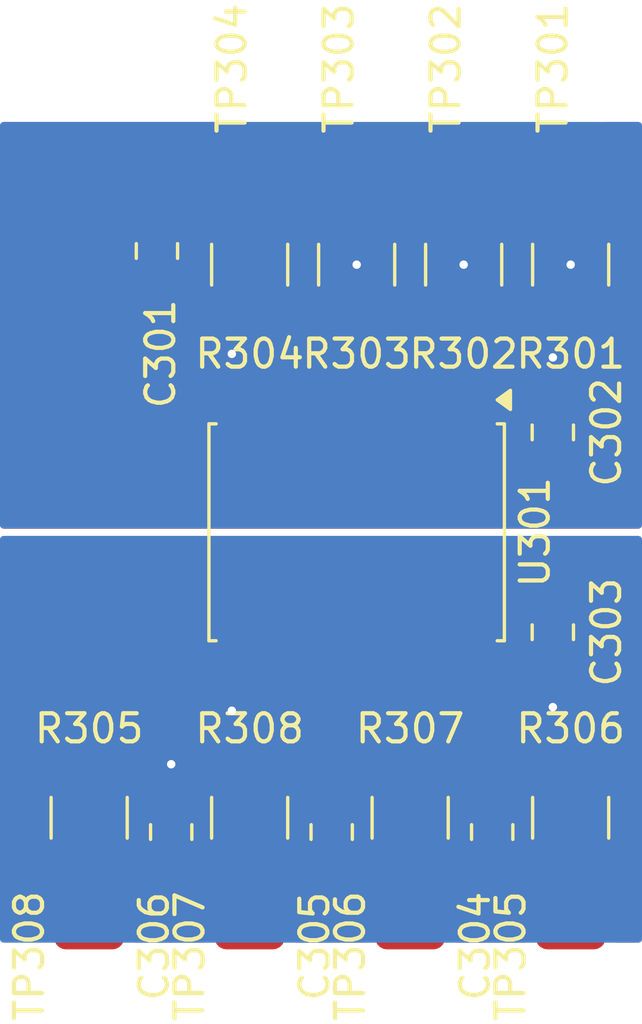
<source format=kicad_pcb>
(kicad_pcb (version 20240108) (generator "pcbnew") (generator_version "8.0")
  (layers (0 "F.Cu" mixed) (31 "B.Cu" mixed) (34 "B.Paste" user) (35 "F.Paste" user) (36 "B.SilkS" user "B.Silkscreen") (37 "F.SilkS" user "F.Silkscreen") (38 "B.Mask" user) (39 "F.Mask" user) (44 "Edge.Cuts" user))
  (net 0 "")
  (net 1 "/sdo_iso_pin")
  (net 2 "/~{cs_pin}")
  (net 3 "/sckl_pin")
  (net 4 "/sdi_pin")
  (net 5 "/GND_MASTER")
  (net 6 "/SDO_MASTER")
  (net 7 "/+5VA_MASTER")
  (net 8 "/+5VA_SLAVE")
  (net 9 "/GND_SLAVE")
  (net 10 "/~{CS_SLAVE}")
  (net 11 "/SCKL_SLAVE")
  (net 12 "/SDI_SLAVE")
  (net 13 "/~{CS_MASTER}")
  (net 14 "/SCKL_MASTER")
  (net 15 "/SDI_MASTER")
  (net 16 "/SDO_SLAVE")
  (footprint "meas:R_1210_3225Metric_Pad1.30x2.65mm_HandSolder" (layer "F.Cu") (at 85.725 73.66 -90)
    (property "Reference" "R307" (at -3.175 0 0) (layer "F.SilkS"))
    (property "Value" "100")
    (fp_line (start -0.723737 1.355) (end 0.723737 1.355) (stroke (width 0.12)) (layer "F.SilkS"))
    (fp_line (start -0.723737 -1.355) (end 0.723737 -1.355) (stroke (width 0.12)) (layer "F.SilkS"))
    (pad "1" smd roundrect (at -1.55 0 270) (size 1.3 2.65) (layers "F.Cu" "F.Paste" "F.Mask") (roundrect_rratio 0.192308) (net 3 "/sckl_pin"))
    (pad "2" smd roundrect (at 1.55 0 270) (size 1.3 2.65) (layers "F.Cu" "F.Paste" "F.Mask") (roundrect_rratio 0.192308) (net 11 "/SCKL_SLAVE"))
  )
  (footprint "meas:TP_0805_2012Metric" (layer "F.Cu") (at 87.63 50.165 180)
    (property "Reference" "TP302" (at 0.635 3.175 90) (layer "F.SilkS"))
    (property "Value" "~")
    (pad "1" smd roundrect (at 0 0 180) (size 2.5 1.75) (layers "F.Cu" "F.Paste" "F.Mask") (roundrect_rratio 0.243902) (net 14 "/SCKL_MASTER"))
  )
  (footprint "meas:C_0805_2012Metric_Pad1.18x1.45mm_HandSolder" (layer "F.Cu") (at 90.805 67.056 90)
    (property "Reference" "C303" (at 0 1.905 -90) (layer "F.SilkS"))
    (property "Value" "100n")
    (fp_line (start -0.261252 -0.735) (end 0.261252 -0.735) (stroke (width 0.12)) (layer "F.SilkS"))
    (fp_line (start -0.261252 0.735) (end 0.261252 0.735) (stroke (width 0.12)) (layer "F.SilkS"))
    (pad "1" smd roundrect (at -1.0375 0 90) (size 1.175 1.45) (layers "F.Cu" "F.Paste" "F.Mask") (roundrect_rratio 0.212766) (net 9 "/GND_SLAVE"))
    (pad "2" smd roundrect (at 1.0375 0 90) (size 1.175 1.45) (layers "F.Cu" "F.Paste" "F.Mask") (roundrect_rratio 0.212766) (net 8 "/+5VA_SLAVE"))
  )
  (footprint "meas:TP_0805_2012Metric" (layer "F.Cu") (at 80.01 50.165 180)
    (property "Reference" "TP304" (at 0.635 3.175 90) (layer "F.SilkS"))
    (property "Value" "~")
    (pad "1" smd roundrect (at 0 0 180) (size 2.5 1.75) (layers "F.Cu" "F.Paste" "F.Mask") (roundrect_rratio 0.243902) (net 6 "/SDO_MASTER"))
  )
  (footprint "meas:C_0805_2012Metric_Pad1.18x1.45mm_HandSolder" (layer "F.Cu") (at 82.931 74.168 -90)
    (property "Reference" "C305" (at 4.064 0.6096 -90) (layer "F.SilkS"))
    (property "Value" "470p")
    (fp_line (start -0.261252 0.735) (end 0.261252 0.735) (stroke (width 0.12)) (layer "F.SilkS"))
    (fp_line (start -0.261252 -0.735) (end 0.261252 -0.735) (stroke (width 0.12)) (layer "F.SilkS"))
    (pad "1" smd roundrect (at -1.0375 0 270) (size 1.175 1.45) (layers "F.Cu" "F.Paste" "F.Mask") (roundrect_rratio 0.212766) (net 9 "/GND_SLAVE"))
    (pad "2" smd roundrect (at 1.0375 0 270) (size 1.175 1.45) (layers "F.Cu" "F.Paste" "F.Mask") (roundrect_rratio 0.212766) (net 11 "/SCKL_SLAVE"))
  )
  (footprint "meas:R_1210_3225Metric_Pad1.30x2.65mm_HandSolder" (layer "F.Cu") (at 87.63 53.975 -90)
    (property "Reference" "R302" (at 3.175 0 0) (layer "F.SilkS"))
    (property "Value" "1M")
    (fp_line (start -0.723737 1.355) (end 0.723737 1.355) (stroke (width 0.12)) (layer "F.SilkS"))
    (fp_line (start -0.723737 -1.355) (end 0.723737 -1.355) (stroke (width 0.12)) (layer "F.SilkS"))
    (pad "1" smd roundrect (at -1.55 0 270) (size 1.3 2.65) (layers "F.Cu" "F.Paste" "F.Mask") (roundrect_rratio 0.192308) (net 5 "/GND_MASTER"))
    (pad "2" smd roundrect (at 1.55 0 270) (size 1.3 2.65) (layers "F.Cu" "F.Paste" "F.Mask") (roundrect_rratio 0.192308) (net 14 "/SCKL_MASTER"))
  )
  (footprint "meas:TP_0805_2012Metric" (layer "F.Cu") (at 85.725 77.47)
    (property "Reference" "TP306" (at -2.1336 1.1176 -90) (layer "F.SilkS"))
    (property "Value" "~")
    (pad "1" smd roundrect (at 0 0) (size 2.5 1.75) (layers "F.Cu" "F.Paste" "F.Mask") (roundrect_rratio 0.243902) (net 11 "/SCKL_SLAVE"))
  )
  (footprint "meas:R_1210_3225Metric_Pad1.30x2.65mm_HandSolder" (layer "F.Cu") (at 91.44 73.66 -90)
    (property "Reference" "R306" (at -3.175 0 0) (layer "F.SilkS"))
    (property "Value" "100")
    (fp_line (start -0.723737 1.355) (end 0.723737 1.355) (stroke (width 0.12)) (layer "F.SilkS"))
    (fp_line (start -0.723737 -1.355) (end 0.723737 -1.355) (stroke (width 0.12)) (layer "F.SilkS"))
    (pad "1" smd roundrect (at -1.55 0 270) (size 1.3 2.65) (layers "F.Cu" "F.Paste" "F.Mask") (roundrect_rratio 0.192308) (net 2 "/~{cs_pin}"))
    (pad "2" smd roundrect (at 1.55 0 270) (size 1.3 2.65) (layers "F.Cu" "F.Paste" "F.Mask") (roundrect_rratio 0.192308) (net 10 "/~{CS_SLAVE}"))
  )
  (footprint "meas:TP_0805_2012Metric" (layer "F.Cu") (at 74.295 77.47)
    (property "Reference" "TP308" (at -2.1336 1.1176 -90) (layer "F.SilkS"))
    (property "Value" "~")
    (pad "1" smd roundrect (at 0 0) (size 2.5 1.75) (layers "F.Cu" "F.Paste" "F.Mask") (roundrect_rratio 0.243902) (net 16 "/SDO_SLAVE"))
  )
  (footprint "meas:R_1210_3225Metric_Pad1.30x2.65mm_HandSolder" (layer "F.Cu") (at 83.82 53.975 -90)
    (property "Reference" "R303" (at 3.175 0 0) (layer "F.SilkS"))
    (property "Value" "1M")
    (fp_line (start -0.723737 1.355) (end 0.723737 1.355) (stroke (width 0.12)) (layer "F.SilkS"))
    (fp_line (start -0.723737 -1.355) (end 0.723737 -1.355) (stroke (width 0.12)) (layer "F.SilkS"))
    (pad "1" smd roundrect (at -1.55 0 270) (size 1.3 2.65) (layers "F.Cu" "F.Paste" "F.Mask") (roundrect_rratio 0.192308) (net 5 "/GND_MASTER"))
    (pad "2" smd roundrect (at 1.55 0 270) (size 1.3 2.65) (layers "F.Cu" "F.Paste" "F.Mask") (roundrect_rratio 0.192308) (net 15 "/SDI_MASTER"))
  )
  (footprint "meas:SOIC-16W_7.5x10.3mm_P1.27mm" (layer "F.Cu") (at 83.82 63.5 -90)
    (property "Reference" "U301" (at 0 -6.35 90) (layer "F.SilkS"))
    (property "Value" "Si8641BD-B-IS2")
    (fp_line (start -3.86 5.26) (end -3.86 5.005) (stroke (width 0.12)) (layer "F.SilkS"))
    (fp_line (start 0 5.26) (end -3.86 5.26) (stroke (width 0.12)) (layer "F.SilkS"))
    (fp_line (start 0 5.26) (end 3.86 5.26) (stroke (width 0.12)) (layer "F.SilkS"))
    (fp_line (start 3.86 5.26) (end 3.86 5.005) (stroke (width 0.12)) (layer "F.SilkS"))
    (fp_line (start -3.86 -5.26) (end -3.86 -5.005) (stroke (width 0.12)) (layer "F.SilkS"))
    (fp_line (start 0 -5.26) (end -3.86 -5.26) (stroke (width 0.12)) (layer "F.SilkS"))
    (fp_line (start 0 -5.26) (end 3.86 -5.26) (stroke (width 0.12)) (layer "F.SilkS"))
    (fp_line (start 3.86 -5.26) (end 3.86 -5.005) (stroke (width 0.12)) (layer "F.SilkS"))
    (fp_poly (pts (xy -4.7125 -5.005) (xy -5.0525 -5.475) (xy -4.3725 -5.475) (xy -4.7125 -5.005)) (stroke (width 0.12)) (fill solid) (layer "F.SilkS"))
    (pad "1" smd roundrect (at -4.65 -4.445 270) (size 2.05 0.6) (layers "F.Cu" "F.Paste" "F.Mask") (net 7 "/+5VA_MASTER"))
    (pad "2" smd roundrect (at -4.65 -3.175 270) (size 2.05 0.6) (layers "F.Cu" "F.Paste" "F.Mask") (net 5 "/GND_MASTER"))
    (pad "3" smd roundrect (at -4.65 -1.905 270) (size 2.05 0.6) (layers "F.Cu" "F.Paste" "F.Mask") (net 13 "/~{CS_MASTER}"))
    (pad "4" smd roundrect (at -4.65 -0.635 270) (size 2.05 0.6) (layers "F.Cu" "F.Paste" "F.Mask") (net 14 "/SCKL_MASTER"))
    (pad "5" smd roundrect (at -4.65 0.635 270) (size 2.05 0.6) (layers "F.Cu" "F.Paste" "F.Mask") (net 15 "/SDI_MASTER"))
    (pad "6" smd roundrect (at -4.65 1.905 270) (size 2.05 0.6) (layers "F.Cu" "F.Paste" "F.Mask") (net 1 "/sdo_iso_pin"))
    (pad "7" smd roundrect (at -4.65 3.175 270) (size 2.05 0.6) (layers "F.Cu" "F.Paste" "F.Mask") (net 7 "/+5VA_MASTER"))
    (pad "8" smd roundrect (at -4.65 4.445 270) (size 2.05 0.6) (layers "F.Cu" "F.Paste" "F.Mask") (net 5 "/GND_MASTER"))
    (pad "9" smd roundrect (at 4.65 4.445 270) (size 2.05 0.6) (layers "F.Cu" "F.Paste" "F.Mask") (net 9 "/GND_SLAVE"))
    (pad "10" smd roundrect (at 4.65 3.175 270) (size 2.05 0.6) (layers "F.Cu" "F.Paste" "F.Mask") (net 8 "/+5VA_SLAVE"))
    (pad "11" smd roundrect (at 4.65 1.905 270) (size 2.05 0.6) (layers "F.Cu" "F.Paste" "F.Mask") (net 16 "/SDO_SLAVE"))
    (pad "12" smd roundrect (at 4.65 0.635 270) (size 2.05 0.6) (layers "F.Cu" "F.Paste" "F.Mask") (net 4 "/sdi_pin"))
    (pad "13" smd roundrect (at 4.65 -0.635 270) (size 2.05 0.6) (layers "F.Cu" "F.Paste" "F.Mask") (net 3 "/sckl_pin"))
    (pad "14" smd roundrect (at 4.65 -1.905 270) (size 2.05 0.6) (layers "F.Cu" "F.Paste" "F.Mask") (net 2 "/~{cs_pin}"))
    (pad "15" smd roundrect (at 4.65 -3.175 270) (size 2.05 0.6) (layers "F.Cu" "F.Paste" "F.Mask") (net 9 "/GND_SLAVE"))
    (pad "16" smd roundrect (at 4.65 -4.445 270) (size 2.05 0.6) (layers "F.Cu" "F.Paste" "F.Mask") (net 8 "/+5VA_SLAVE"))
  )
  (footprint "meas:R_1210_3225Metric_Pad1.30x2.65mm_HandSolder" (layer "F.Cu") (at 80.01 53.975 -90)
    (property "Reference" "R304" (at 3.175 0 0) (layer "F.SilkS"))
    (property "Value" "100")
    (fp_line (start -0.723737 1.355) (end 0.723737 1.355) (stroke (width 0.12)) (layer "F.SilkS"))
    (fp_line (start -0.723737 -1.355) (end 0.723737 -1.355) (stroke (width 0.12)) (layer "F.SilkS"))
    (pad "1" smd roundrect (at -1.55 0 270) (size 1.3 2.65) (layers "F.Cu" "F.Paste" "F.Mask") (roundrect_rratio 0.192308) (net 6 "/SDO_MASTER"))
    (pad "2" smd roundrect (at 1.55 0 270) (size 1.3 2.65) (layers "F.Cu" "F.Paste" "F.Mask") (roundrect_rratio 0.192308) (net 1 "/sdo_iso_pin"))
  )
  (footprint "meas:R_1210_3225Metric_Pad1.30x2.65mm_HandSolder" (layer "F.Cu") (at 91.44 53.975 -90)
    (property "Reference" "R301" (at 3.175 0 0) (layer "F.SilkS"))
    (property "Value" "1M")
    (fp_line (start -0.723737 1.355) (end 0.723737 1.355) (stroke (width 0.12)) (layer "F.SilkS"))
    (fp_line (start -0.723737 -1.355) (end 0.723737 -1.355) (stroke (width 0.12)) (layer "F.SilkS"))
    (pad "1" smd roundrect (at -1.55 0 270) (size 1.3 2.65) (layers "F.Cu" "F.Paste" "F.Mask") (roundrect_rratio 0.192308) (net 5 "/GND_MASTER"))
    (pad "2" smd roundrect (at 1.55 0 270) (size 1.3 2.65) (layers "F.Cu" "F.Paste" "F.Mask") (roundrect_rratio 0.192308) (net 13 "/~{CS_MASTER}"))
  )
  (footprint "meas:C_0805_2012Metric_Pad1.18x1.45mm_HandSolder" (layer "F.Cu") (at 76.708 53.4885 90)
    (property "Reference" "C301" (at -3.6615 0.127 90) (layer "F.SilkS"))
    (property "Value" "470p")
    (fp_line (start -0.261252 -0.735) (end 0.261252 -0.735) (stroke (width 0.12)) (layer "F.SilkS"))
    (fp_line (start -0.261252 0.735) (end 0.261252 0.735) (stroke (width 0.12)) (layer "F.SilkS"))
    (pad "1" smd roundrect (at -1.0375 0 90) (size 1.175 1.45) (layers "F.Cu" "F.Paste" "F.Mask") (roundrect_rratio 0.212766) (net 5 "/GND_MASTER"))
    (pad "2" smd roundrect (at 1.0375 0 90) (size 1.175 1.45) (layers "F.Cu" "F.Paste" "F.Mask") (roundrect_rratio 0.212766) (net 6 "/SDO_MASTER"))
  )
  (footprint "meas:R_1210_3225Metric_Pad1.30x2.65mm_HandSolder" (layer "F.Cu") (at 74.295 73.66 90)
    (property "Reference" "R305" (at 3.175 0 180) (layer "F.SilkS"))
    (property "Value" "1M")
    (fp_line (start -0.723737 -1.355) (end 0.723737 -1.355) (stroke (width 0.12)) (layer "F.SilkS"))
    (fp_line (start -0.723737 1.355) (end 0.723737 1.355) (stroke (width 0.12)) (layer "F.SilkS"))
    (pad "1" smd roundrect (at -1.55 0 90) (size 1.3 2.65) (layers "F.Cu" "F.Paste" "F.Mask") (roundrect_rratio 0.192308) (net 9 "/GND_SLAVE"))
    (pad "2" smd roundrect (at 1.55 0 90) (size 1.3 2.65) (layers "F.Cu" "F.Paste" "F.Mask") (roundrect_rratio 0.192308) (net 16 "/SDO_SLAVE"))
  )
  (footprint "meas:TP_0805_2012Metric" (layer "F.Cu") (at 83.82 50.165 180)
    (property "Reference" "TP303" (at 0.635 3.175 90) (layer "F.SilkS"))
    (property "Value" "~")
    (pad "1" smd roundrect (at 0 0 180) (size 2.5 1.75) (layers "F.Cu" "F.Paste" "F.Mask") (roundrect_rratio 0.243902) (net 15 "/SDI_MASTER"))
  )
  (footprint "meas:TP_0805_2012Metric" (layer "F.Cu") (at 80.01 77.47)
    (property "Reference" "TP307" (at -2.1336 1.1176 -90) (layer "F.SilkS"))
    (property "Value" "~")
    (pad "1" smd roundrect (at 0 0) (size 2.5 1.75) (layers "F.Cu" "F.Paste" "F.Mask") (roundrect_rratio 0.243902) (net 12 "/SDI_SLAVE"))
  )
  (footprint "meas:C_0805_2012Metric_Pad1.18x1.45mm_HandSolder" (layer "F.Cu") (at 90.805 59.944 -90)
    (property "Reference" "C302" (at 0 -1.905 90) (layer "F.SilkS"))
    (property "Value" "100n")
    (fp_line (start -0.261252 0.735) (end 0.261252 0.735) (stroke (width 0.12)) (layer "F.SilkS"))
    (fp_line (start -0.261252 -0.735) (end 0.261252 -0.735) (stroke (width 0.12)) (layer "F.SilkS"))
    (pad "1" smd roundrect (at -1.0375 0 270) (size 1.175 1.45) (layers "F.Cu" "F.Paste" "F.Mask") (roundrect_rratio 0.212766) (net 5 "/GND_MASTER"))
    (pad "2" smd roundrect (at 1.0375 0 270) (size 1.175 1.45) (layers "F.Cu" "F.Paste" "F.Mask") (roundrect_rratio 0.212766) (net 7 "/+5VA_MASTER"))
  )
  (footprint "meas:TP_0805_2012Metric" (layer "F.Cu") (at 91.44 50.165 180)
    (property "Reference" "TP301" (at 0.635 3.175 90) (layer "F.SilkS"))
    (property "Value" "~")
    (pad "1" smd roundrect (at 0 0 180) (size 2.5 1.75) (layers "F.Cu" "F.Paste" "F.Mask") (roundrect_rratio 0.243902) (net 13 "/~{CS_MASTER}"))
  )
  (footprint "meas:R_1210_3225Metric_Pad1.30x2.65mm_HandSolder" (layer "F.Cu") (at 80.01 73.66 -90)
    (property "Reference" "R308" (at -3.175 0 0) (layer "F.SilkS"))
    (property "Value" "100")
    (fp_line (start -0.723737 1.355) (end 0.723737 1.355) (stroke (width 0.12)) (layer "F.SilkS"))
    (fp_line (start -0.723737 -1.355) (end 0.723737 -1.355) (stroke (width 0.12)) (layer "F.SilkS"))
    (pad "1" smd roundrect (at -1.55 0 270) (size 1.3 2.65) (layers "F.Cu" "F.Paste" "F.Mask") (roundrect_rratio 0.192308) (net 4 "/sdi_pin"))
    (pad "2" smd roundrect (at 1.55 0 270) (size 1.3 2.65) (layers "F.Cu" "F.Paste" "F.Mask") (roundrect_rratio 0.192308) (net 12 "/SDI_SLAVE"))
  )
  (footprint "meas:C_0805_2012Metric_Pad1.18x1.45mm_HandSolder" (layer "F.Cu") (at 88.646 74.168 -90)
    (property "Reference" "C304" (at 4.064 0.6096 -90) (layer "F.SilkS"))
    (property "Value" "470p")
    (fp_line (start -0.261252 0.735) (end 0.261252 0.735) (stroke (width 0.12)) (layer "F.SilkS"))
    (fp_line (start -0.261252 -0.735) (end 0.261252 -0.735) (stroke (width 0.12)) (layer "F.SilkS"))
    (pad "1" smd roundrect (at -1.0375 0 270) (size 1.175 1.45) (layers "F.Cu" "F.Paste" "F.Mask") (roundrect_rratio 0.212766) (net 9 "/GND_SLAVE"))
    (pad "2" smd roundrect (at 1.0375 0 270) (size 1.175 1.45) (layers "F.Cu" "F.Paste" "F.Mask") (roundrect_rratio 0.212766) (net 10 "/~{CS_SLAVE}"))
  )
  (footprint "meas:C_0805_2012Metric_Pad1.18x1.45mm_HandSolder" (layer "F.Cu") (at 77.216 74.168 -90)
    (property "Reference" "C306" (at 4.064 0.6096 -90) (layer "F.SilkS"))
    (property "Value" "470p")
    (fp_line (start -0.261252 0.735) (end 0.261252 0.735) (stroke (width 0.12)) (layer "F.SilkS"))
    (fp_line (start -0.261252 -0.735) (end 0.261252 -0.735) (stroke (width 0.12)) (layer "F.SilkS"))
    (pad "1" smd roundrect (at -1.0375 0 270) (size 1.175 1.45) (layers "F.Cu" "F.Paste" "F.Mask") (roundrect_rratio 0.212766) (net 9 "/GND_SLAVE"))
    (pad "2" smd roundrect (at 1.0375 0 270) (size 1.175 1.45) (layers "F.Cu" "F.Paste" "F.Mask") (roundrect_rratio 0.212766) (net 12 "/SDI_SLAVE"))
  )
  (footprint "meas:TP_0805_2012Metric" (layer "F.Cu") (at 91.44 77.47)
    (property "Reference" "TP305" (at -2.1336 1.1176 -90) (layer "F.SilkS"))
    (property "Value" "~")
    (pad "1" smd roundrect (at 0 0) (size 2.5 1.75) (layers "F.Cu" "F.Paste" "F.Mask") (roundrect_rratio 0.243902) (net 10 "/~{CS_SLAVE}"))
  )
  (segment (start 81.915 57.43) (end 81.915 58.85) (width 0.254) (layer "F.Cu") (net 1))
  (segment (start 80.01 55.525) (end 81.915 57.43) (width 0.254) (layer "F.Cu") (net 1))
  (segment (start 80.417 55.525) (end 80.01 55.525) (width 0.254) (layer "F.Cu") (net 1))
  (segment (start 86.995 70.485) (end 89.815 70.485) (width 0.254) (layer "F.Cu") (net 2))
  (segment (start 85.725 69.215) (end 86.995 70.485) (width 0.254) (layer "F.Cu") (net 2))
  (segment (start 85.725 68.15) (end 85.725 69.215) (width 0.254) (layer "F.Cu") (net 2))
  (segment (start 89.815 70.485) (end 91.44 72.11) (width 0.254) (layer "F.Cu") (net 2))
  (segment (start 84.455 70.84) (end 85.725 72.11) (width 0.254) (layer "F.Cu") (net 3))
  (segment (start 84.455 68.15) (end 84.455 70.84) (width 0.254) (layer "F.Cu") (net 3))
  (segment (start 83.185 68.935) (end 80.01 72.11) (width 0.254) (layer "F.Cu") (net 4))
  (segment (start 83.185 68.15) (end 83.185 68.935) (width 0.254) (layer "F.Cu") (net 4))
  (segment (start 76.708 55.161) (end 76.708 58.2545) (width 0.508) (layer "F.Cu") (net 5))
  (segment (start 91.44 52.425) (end 91.44 53.975) (width 0.508) (layer "F.Cu") (net 5))
  (segment (start 90.805 57.277) (end 90.043 57.277) (width 0.508) (layer "F.Cu") (net 5))
  (segment (start 90.805 58.039) (end 90.043 57.277) (width 0.508) (layer "F.Cu") (net 5))
  (segment (start 79.375 58.85) (end 77.3035 58.85) (width 0.508) (layer "F.Cu") (net 5))
  (segment (start 90.043 57.277) (end 87.503 57.277) (width 0.508) (layer "F.Cu") (net 5))
  (segment (start 77.3035 58.85) (end 76.708 58.2545) (width 0.508) (layer "F.Cu") (net 5))
  (segment (start 91.44 53.975) (end 92.837 53.975) (width 0.508) (layer "F.Cu") (net 5))
  (segment (start 92.69403 57.277) (end 90.805 57.277) (width 0.508) (layer "F.Cu") (net 5))
  (segment (start 79.375 57.15) (end 79.375 58.85) (width 0.508) (layer "F.Cu") (net 5))
  (segment (start 93.472 54.61) (end 93.472 56.49903) (width 0.508) (layer "F.Cu") (net 5))
  (segment (start 93.472 56.49903) (end 92.69403 57.277) (width 0.508) (layer "F.Cu") (net 5))
  (segment (start 86.995 57.785) (end 86.995 58.85) (width 0.508) (layer "F.Cu") (net 5))
  (segment (start 92.837 53.975) (end 93.472 54.61) (width 0.508) (layer "F.Cu") (net 5))
  (segment (start 83.82 52.425) (end 83.82 53.975) (width 0.508) (layer "F.Cu") (net 5))
  (segment (start 87.503 57.277) (end 86.995 57.785) (width 0.508) (layer "F.Cu") (net 5))
  (segment (start 90.805 58.885) (end 90.805 58.039) (width 0.508) (layer "F.Cu") (net 5))
  (segment (start 87.63 53.975) (end 87.63 52.425) (width 0.508) (layer "F.Cu") (net 5))
  (via (at 91.44 53.975) (size 0.45) (drill 0.3) (layers "F.Cu" "B.Cu") (net 5))
  (via (at 87.63 53.975) (size 0.45) (drill 0.3) (layers "F.Cu" "B.Cu") (net 5))
  (via (at 79.375 57.15) (size 0.45) (drill 0.3) (layers "F.Cu" "B.Cu") (net 5))
  (via (at 83.82 53.975) (size 0.45) (drill 0.3) (layers "F.Cu" "B.Cu") (net 5))
  (via (at 90.805 57.277) (size 0.45) (drill 0.3) (layers "F.Cu" "B.Cu") (net 5))
  (segment (start 83.82 53.975) (end 82.55 53.975) (width 0.508) (layer "B.Cu") (net 5))
  (segment (start 91.44 53.975) (end 87.63 53.975) (width 0.508) (layer "B.Cu") (net 5))
  (segment (start 83.82 53.975) (end 87.63 53.975) (width 0.508) (layer "B.Cu") (net 5))
  (segment (start 82.55 53.975) (end 79.375 57.15) (width 0.508) (layer "B.Cu") (net 5))
  (segment (start 80.01 50.165) (end 80.01 52.425) (width 0.508) (layer "F.Cu") (net 6))
  (segment (start 80.01 52.425) (end 76.734 52.425) (width 0.508) (layer "F.Cu") (net 6))
  (segment (start 76.734 52.425) (end 76.708 52.451) (width 0.508) (layer "F.Cu") (net 6))
  (segment (start 87.2875 62.23) (end 81.915 62.23) (width 0.508) (layer "F.Cu") (net 7))
  (segment (start 80.645 60.96) (end 80.645 58.85) (width 0.508) (layer "F.Cu") (net 7))
  (segment (start 88.265 58.85) (end 88.265 61.2525) (width 0.508) (layer "F.Cu") (net 7))
  (segment (start 88.265 61.2525) (end 87.2875 62.23) (width 0.508) (layer "F.Cu") (net 7))
  (segment (start 81.915 62.23) (end 80.645 60.96) (width 0.508) (layer "F.Cu") (net 7))
  (segment (start 89.154 60.96) (end 90.805 60.96) (width 0.508) (layer "F.Cu") (net 7))
  (segment (start 88.3 58.885) (end 88.265 58.85) (width 0.508) (layer "F.Cu") (net 7))
  (segment (start 88.265 60.071) (end 89.154 60.96) (width 0.508) (layer "F.Cu") (net 7))
  (segment (start 88.265 58.85) (end 88.265 60.071) (width 0.508) (layer "F.Cu") (net 7))
  (segment (start 88.265 68.15) (end 88.265 66.802) (width 0.508) (layer "F.Cu") (net 8))
  (segment (start 88.265 66.802) (end 89.027 66.04) (width 0.508) (layer "F.Cu") (net 8))
  (segment (start 80.645 68.15) (end 80.645 65.7475) (width 0.508) (layer "F.Cu") (net 8))
  (segment (start 87.63 64.77) (end 88.265 65.405) (width 0.508) (layer "F.Cu") (net 8))
  (segment (start 81.6225 64.77) (end 87.63 64.77) (width 0.508) (layer "F.Cu") (net 8))
  (segment (start 88.265 65.405) (end 88.265 68.15) (width 0.508) (layer "F.Cu") (net 8))
  (segment (start 89.027 66.04) (end 90.805 66.04) (width 0.508) (layer "F.Cu") (net 8))
  (segment (start 80.645 65.7475) (end 81.6225 64.77) (width 0.508) (layer "F.Cu") (net 8))
  (segment (start 93.345 71.12) (end 91.948 69.723) (width 0.508) (layer "F.Cu") (net 9))
  (segment (start 90.805 69.723) (end 90.043 69.723) (width 0.508) (layer "F.Cu") (net 9))
  (segment (start 92.71 73.66) (end 93.345 73.025) (width 0.508) (layer "F.Cu") (net 9))
  (segment (start 74.295 74.295) (end 74.93 73.66) (width 0.508) (layer "F.Cu") (net 9))
  (segment (start 88.646 73.1305) (end 89.1755 73.66) (width 0.508) (layer "F.Cu") (net 9))
  (segment (start 90.805 68.961) (end 91.567 69.723) (width 0.508) (layer "F.Cu") (net 9))
  (segment (start 77.216 71.755) (end 77.216 73.1305) (width 0.508) (layer "F.Cu") (net 9))
  (segment (start 89.1755 73.66) (end 92.71 73.66) (width 0.508) (layer "F.Cu") (net 9))
  (segment (start 90.805 69.723) (end 90.805 68.961) (width 0.508) (layer "F.Cu") (net 9))
  (segment (start 93.345 73.025) (end 93.345 71.12) (width 0.508) (layer "F.Cu") (net 9))
  (segment (start 91.948 69.723) (end 90.805 69.723) (width 0.508) (layer "F.Cu") (net 9))
  (segment (start 86.995 68.15) (end 86.995 69.342) (width 0.508) (layer "F.Cu") (net 9))
  (segment (start 74.295 75.21) (end 74.295 74.295) (width 0.508) (layer "F.Cu") (net 9))
  (segment (start 88.1165 73.66) (end 83.4605 73.66) (width 0.508) (layer "F.Cu") (net 9))
  (segment (start 83.4605 73.66) (end 82.931 73.1305) (width 0.508) (layer "F.Cu") (net 9))
  (segment (start 91.567 69.723) (end 91.948 69.723) (width 0.508) (layer "F.Cu") (net 9))
  (segment (start 90.805 68.961) (end 90.805 68.115) (width 0.508) (layer "F.Cu") (net 9))
  (segment (start 77.216 73.1305) (end 77.7455 73.66) (width 0.508) (layer "F.Cu") (net 9))
  (segment (start 76.6865 73.66) (end 77.216 73.1305) (width 0.508) (layer "F.Cu") (net 9))
  (segment (start 87.376 69.723) (end 90.043 69.723) (width 0.508) (layer "F.Cu") (net 9))
  (segment (start 82.4015 73.66) (end 82.931 73.1305) (width 0.508) (layer "F.Cu") (net 9))
  (segment (start 77.7455 73.66) (end 82.4015 73.66) (width 0.508) (layer "F.Cu") (net 9))
  (segment (start 74.93 73.66) (end 76.6865 73.66) (width 0.508) (layer "F.Cu") (net 9))
  (segment (start 90.043 69.723) (end 90.805 68.961) (width 0.508) (layer "F.Cu") (net 9))
  (segment (start 79.375 68.15) (end 79.375 69.85) (width 0.508) (layer "F.Cu") (net 9))
  (segment (start 88.646 73.1305) (end 88.1165 73.66) (width 0.508) (layer "F.Cu") (net 9))
  (segment (start 86.995 69.342) (end 87.376 69.723) (width 0.508) (layer "F.Cu") (net 9))
  (via (at 77.216 71.755) (size 0.45) (drill 0.3) (layers "F.Cu" "B.Cu") (net 9))
  (via (at 90.805 69.723) (size 0.45) (drill 0.3) (layers "F.Cu" "B.Cu") (net 9))
  (via (at 79.375 69.85) (size 0.45) (drill 0.3) (layers "F.Cu" "B.Cu") (net 9))
  (segment (start 79.121 69.85) (end 77.216 71.755) (width 0.508) (layer "B.Cu") (net 9))
  (segment (start 90.678 69.85) (end 90.805 69.723) (width 0.508) (layer "B.Cu") (net 9))
  (segment (start 79.375 69.85) (end 79.121 69.85) (width 0.508) (layer "B.Cu") (net 9))
  (segment (start 79.375 69.85) (end 90.678 69.85) (width 0.508) (layer "B.Cu") (net 9))
  (segment (start 88.6505 75.21) (end 88.646 75.2055) (width 0.508) (layer "F.Cu") (net 10))
  (segment (start 91.44 77.47) (end 91.44 75.21) (width 0.508) (layer "F.Cu") (net 10))
  (segment (start 91.44 75.21) (end 88.6505 75.21) (width 0.508) (layer "F.Cu") (net 10))
  (segment (start 85.725 75.21) (end 82.9355 75.21) (width 0.508) (layer "F.Cu") (net 11))
  (segment (start 82.9355 75.21) (end 82.931 75.2055) (width 0.508) (layer "F.Cu") (net 11))
  (segment (start 85.725 77.47) (end 85.725 75.21) (width 0.508) (layer "F.Cu") (net 11))
  (segment (start 80.01 77.47) (end 80.01 75.21) (width 0.508) (layer "F.Cu") (net 12))
  (segment (start 80.01 75.21) (end 77.2205 75.21) (width 0.508) (layer "F.Cu") (net 12))
  (segment (start 77.2205 75.21) (end 77.216 75.2055) (width 0.508) (layer "F.Cu") (net 12))
  (segment (start 89.535 56.261) (end 89.535 55.753) (width 0.254) (layer "F.Cu") (net 13))
  (segment (start 89.763 55.525) (end 91.44 55.525) (width 0.254) (layer "F.Cu") (net 13))
  (segment (start 89.535 55.753) (end 89.763 55.525) (width 0.254) (layer "F.Cu") (net 13))
  (segment (start 85.725 57.825001) (end 86.908001 56.642) (width 0.254) (layer "F.Cu") (net 13))
  (segment (start 91.44 55.525) (end 89.535 53.62) (width 0.508) (layer "F.Cu") (net 13))
  (segment (start 89.535 50.8) (end 90.17 50.165) (width 0.508) (layer "F.Cu") (net 13))
  (segment (start 89.154 56.642) (end 89.535 56.261) (width 0.254) (layer "F.Cu") (net 13))
  (segment (start 89.535 53.62) (end 89.535 50.8) (width 0.508) (layer "F.Cu") (net 13))
  (segment (start 90.17 50.165) (end 91.44 50.165) (width 0.508) (layer "F.Cu") (net 13))
  (segment (start 86.908001 56.642) (end 89.154 56.642) (width 0.254) (layer "F.Cu") (net 13))
  (segment (start 85.725 58.85) (end 85.725 57.825001) (width 0.254) (layer "F.Cu") (net 13))
  (segment (start 85.725 56.261) (end 85.725 55.88) (width 0.254) (layer "F.Cu") (net 14))
  (segment (start 87.63 55.525) (end 85.725 53.62) (width 0.508) (layer "F.Cu") (net 14))
  (segment (start 86.38 50.165) (end 87.63 50.165) (width 0.508) (layer "F.Cu") (net 14))
  (segment (start 85.725 53.62) (end 85.725 50.82) (width 0.508) (layer "F.Cu") (net 14))
  (segment (start 86.08 55.525) (end 87.63 55.525) (width 0.254) (layer "F.Cu") (net 14))
  (segment (start 84.455 58.85) (end 84.455 57.531) (width 0.254) (layer "F.Cu") (net 14))
  (segment (start 85.725 50.82) (end 86.38 50.165) (width 0.508) (layer "F.Cu") (net 14))
  (segment (start 84.455 57.531) (end 85.725 56.261) (width 0.254) (layer "F.Cu") (net 14))
  (segment (start 85.725 55.88) (end 86.08 55.525) (width 0.254) (layer "F.Cu") (net 14))
  (segment (start 83.185 56.16) (end 83.82 55.525) (width 0.254) (layer "F.Cu") (net 15))
  (segment (start 83.185 58.85) (end 83.185 56.16) (width 0.254) (layer "F.Cu") (net 15))
  (segment (start 83.82 55.525) (end 81.915 53.62) (width 0.508) (layer "F.Cu") (net 15))
  (segment (start 81.915 53.62) (end 81.915 50.82) (width 0.508) (layer "F.Cu") (net 15))
  (segment (start 82.57 50.165) (end 83.82 50.165) (width 0.508) (layer "F.Cu") (net 15))
  (segment (start 81.915 50.82) (end 82.57 50.165) (width 0.508) (layer "F.Cu") (net 15))
  (segment (start 80.223999 70.866) (end 75.539 70.866) (width 0.254) (layer "F.Cu") (net 16))
  (segment (start 72.39 77.47) (end 71.755 76.835) (width 0.508) (layer "F.Cu") (net 16))
  (segment (start 72.67 72.11) (end 74.295 72.11) (width 0.508) (layer "F.Cu") (net 16))
  (segment (start 75.539 70.866) (end 74.295 72.11) (width 0.254) (layer "F.Cu") (net 16))
  (segment (start 81.915 68.15) (end 81.915 69.174999) (width 0.254) (layer "F.Cu") (net 16))
  (segment (start 71.755 73.025) (end 72.67 72.11) (width 0.508) (layer "F.Cu") (net 16))
  (segment (start 81.915 69.174999) (end 80.223999 70.866) (width 0.254) (layer "F.Cu") (net 16))
  (segment (start 71.755 76.835) (end 71.755 73.025) (width 0.508) (layer "F.Cu") (net 16))
  (segment (start 74.295 77.47) (end 72.39 77.47) (width 0.508) (layer "F.Cu") (net 16))
  (zone (net 8) (net_name "/+5VA_SLAVE") (layer "F.Cu") (priority 100) (connect_pads (clearance 0.254)) (min_thickness 0.254) (fill yes (thermal_gap 0.254) (thermal_bridge_width 0.508))
    (polygon (pts (xy 71.12 63.627) (xy 93.98 63.627) (xy 93.98 66.675) (xy 71.12 66.675)))
  )
  (zone (net 7) (net_name "/+5VA_MASTER") (layer "F.Cu") (priority 100) (connect_pads (clearance 0.254)) (min_thickness 0.254) (fill yes (thermal_gap 0.254) (thermal_bridge_width 0.508))
    (polygon (pts (xy 71.12 60.325) (xy 93.98 60.325) (xy 93.98 63.373) (xy 71.12 63.373)))
  )
  (zone (net 5) (net_name "/GND_MASTER") (layers "F&B.Cu") (priority 90) (connect_pads (clearance 0.254)) (min_thickness 0.254) (fill yes (thermal_gap 0.254) (thermal_bridge_width 0.508))
    (polygon (pts (xy 71.12 63.373) (xy 71.12 48.895) (xy 93.98 48.895) (xy 93.98 63.373)))
  )
  (zone (net 9) (net_name "/GND_SLAVE") (layers "F&B.Cu") (priority 90) (connect_pads (clearance 0.254)) (min_thickness 0.254) (fill yes (thermal_gap 0.254) (thermal_bridge_width 0.508))
    (polygon (pts (xy 71.12 78.105) (xy 71.12 63.627) (xy 93.98 63.627) (xy 93.98 78.105)))
  )
)
</source>
